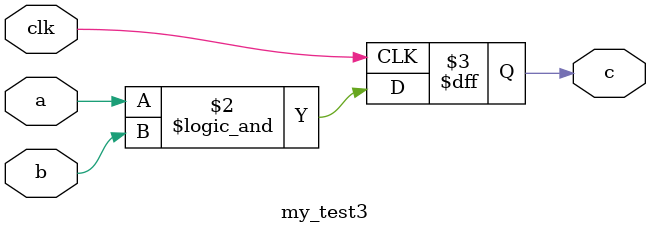
<source format=v>




module my_test3(
	input wire a,b,clk, 
	output reg c
	);

	always @(posedge clk)
	begin
		c <= a && b;
	end
	
endmodule 


</source>
